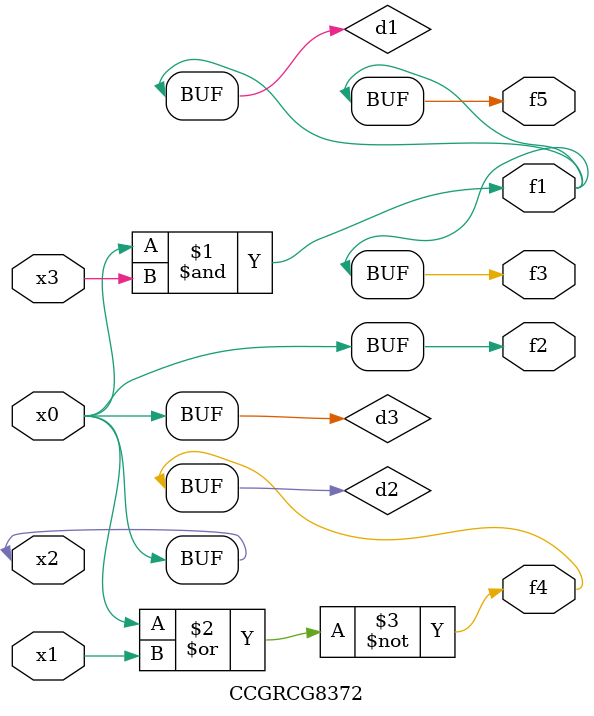
<source format=v>
module CCGRCG8372(
	input x0, x1, x2, x3,
	output f1, f2, f3, f4, f5
);

	wire d1, d2, d3;

	and (d1, x2, x3);
	nor (d2, x0, x1);
	buf (d3, x0, x2);
	assign f1 = d1;
	assign f2 = d3;
	assign f3 = d1;
	assign f4 = d2;
	assign f5 = d1;
endmodule

</source>
